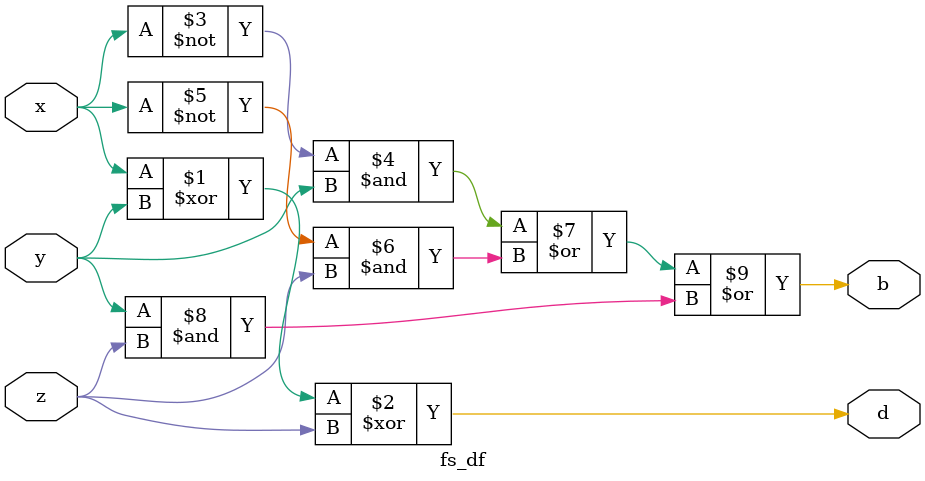
<source format=v>
module fs_df(x,y,z,d,b);
input x,y,z;
output d,b;
assign d=x^y^z;
assign b=(~x&y)|(~x&z)|(y&z);
endmodule

</source>
